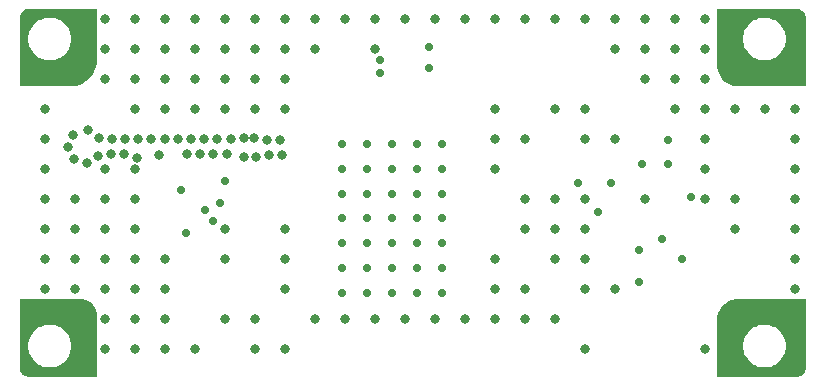
<source format=gbr>
G04*
G04 #@! TF.GenerationSoftware,Altium Limited,Altium Designer,22.4.2 (48)*
G04*
G04 Layer_Color=16711935*
%FSLAX25Y25*%
%MOIN*%
G70*
G04*
G04 #@! TF.SameCoordinates,B69760C6-9901-4916-8BAC-4CFDAA04743E*
G04*
G04*
G04 #@! TF.FilePolarity,Negative*
G04*
G01*
G75*
%ADD59C,0.02800*%
%ADD60C,0.03200*%
G36*
X23143Y26843D02*
X24075Y26473D01*
X24920Y25934D01*
X25649Y25246D01*
X26236Y24433D01*
X26659Y23524D01*
X26904Y22552D01*
X26933Y22051D01*
X26933Y1165D01*
X4197D01*
X3909Y1165D01*
X3344Y1274D01*
X2810Y1488D01*
X2325Y1799D01*
X1909Y2196D01*
X1575Y2664D01*
X1335Y3188D01*
X1199Y3747D01*
X1185Y4034D01*
Y27031D01*
X21657D01*
X21657Y27031D01*
X21657Y27031D01*
X22159Y27031D01*
X23143Y26843D01*
D02*
G37*
G36*
X26933Y106224D02*
X26846Y105379D01*
X26367Y103749D01*
X25599Y102234D01*
X24567Y100884D01*
X23305Y99746D01*
X21858Y98857D01*
X20272Y98247D01*
X18601Y97937D01*
X17752Y97937D01*
X1185D01*
Y120807D01*
X1185Y121102D01*
X1301Y121681D01*
X1528Y122226D01*
X1856Y122717D01*
X2274Y123134D01*
X2765Y123462D01*
X3311Y123688D01*
X3890Y123803D01*
X4185Y123803D01*
X4185Y123803D01*
X26933D01*
X26933Y106224D01*
D02*
G37*
G36*
X263272Y3954D02*
X263248Y3672D01*
X263098Y3125D01*
X262849Y2615D01*
X262511Y2161D01*
X262094Y1777D01*
X261613Y1476D01*
X261085Y1270D01*
X260728Y1203D01*
X260244Y1165D01*
X233626Y1165D01*
X233626Y20437D01*
X233661Y21099D01*
X233978Y22385D01*
X234533Y23588D01*
X235304Y24665D01*
X236265Y25576D01*
X237381Y26291D01*
X238612Y26781D01*
X239912Y27031D01*
X240575D01*
X240575Y27031D01*
X263272D01*
X263272Y3954D01*
D02*
G37*
G36*
X260268Y123803D02*
X260268Y123803D01*
X260268D01*
X260728Y123769D01*
X261095Y123701D01*
X261616Y123500D01*
X262090Y123207D01*
X262504Y122831D01*
X262841Y122387D01*
X263091Y121888D01*
X263245Y121352D01*
X263272Y121074D01*
X263272Y97937D01*
X241059Y97937D01*
X240347D01*
X238948Y98207D01*
X237626Y98738D01*
X236429Y99510D01*
X235400Y100495D01*
X234577Y101657D01*
X233988Y102954D01*
X233657Y104340D01*
X233626Y105051D01*
X233626Y123803D01*
X260268D01*
X260268Y123803D01*
D02*
G37*
%LPC*%
G36*
X11825Y18523D02*
X10623D01*
X10525Y18504D01*
X10424D01*
X9245Y18269D01*
X9153Y18231D01*
X9054Y18211D01*
X7944Y17751D01*
X7860Y17696D01*
X7767Y17657D01*
X6768Y16989D01*
X6697Y16918D01*
X6613Y16862D01*
X5763Y16013D01*
X5708Y15929D01*
X5637Y15858D01*
X4969Y14859D01*
X4930Y14766D01*
X4875Y14682D01*
X4415Y13572D01*
X4395Y13473D01*
X4357Y13381D01*
X4122Y12201D01*
Y12101D01*
X4103Y12003D01*
Y10801D01*
X4122Y10702D01*
Y10602D01*
X4357Y9423D01*
X4395Y9330D01*
X4415Y9231D01*
X4875Y8121D01*
X4930Y8037D01*
X4969Y7945D01*
X5637Y6945D01*
X5708Y6874D01*
X5763Y6791D01*
X6613Y5941D01*
X6697Y5885D01*
X6768Y5814D01*
X7767Y5146D01*
X7860Y5108D01*
X7944Y5052D01*
X9054Y4592D01*
X9153Y4572D01*
X9245Y4534D01*
X10424Y4299D01*
X10525D01*
X10623Y4280D01*
X11825D01*
X11924Y4299D01*
X12024D01*
X13203Y4534D01*
X13296Y4572D01*
X13395Y4592D01*
X14505Y5052D01*
X14589Y5108D01*
X14681Y5146D01*
X15681Y5814D01*
X15752Y5885D01*
X15835Y5941D01*
X16685Y6791D01*
X16741Y6874D01*
X16812Y6945D01*
X17480Y7945D01*
X17518Y8037D01*
X17574Y8121D01*
X18034Y9231D01*
X18054Y9330D01*
X18092Y9423D01*
X18327Y10602D01*
Y10702D01*
X18346Y10801D01*
Y12003D01*
X18327Y12101D01*
Y12201D01*
X18092Y13381D01*
X18054Y13473D01*
X18034Y13572D01*
X17574Y14682D01*
X17518Y14766D01*
X17480Y14859D01*
X16812Y15858D01*
X16741Y15929D01*
X16685Y16013D01*
X15835Y16862D01*
X15752Y16918D01*
X15681Y16989D01*
X14681Y17657D01*
X14589Y17696D01*
X14505Y17751D01*
X13395Y18211D01*
X13296Y18231D01*
X13203Y18269D01*
X12024Y18504D01*
X11924D01*
X11825Y18523D01*
D02*
G37*
G36*
Y120886D02*
X10623D01*
X10525Y120866D01*
X10424D01*
X9245Y120632D01*
X9153Y120593D01*
X9054Y120574D01*
X7944Y120114D01*
X7860Y120058D01*
X7767Y120019D01*
X6768Y119351D01*
X6697Y119281D01*
X6613Y119225D01*
X5763Y118375D01*
X5708Y118291D01*
X5637Y118220D01*
X4969Y117221D01*
X4930Y117128D01*
X4875Y117044D01*
X4415Y115934D01*
X4395Y115835D01*
X4357Y115743D01*
X4122Y114564D01*
Y114463D01*
X4103Y114365D01*
Y113764D01*
Y113163D01*
X4122Y113064D01*
Y112964D01*
X4357Y111785D01*
X4395Y111692D01*
X4415Y111594D01*
X4875Y110483D01*
X4930Y110399D01*
X4969Y110307D01*
X5637Y109307D01*
X5708Y109236D01*
X5763Y109153D01*
X6613Y108303D01*
X6697Y108247D01*
X6768Y108176D01*
X7767Y107508D01*
X7860Y107470D01*
X7944Y107414D01*
X9054Y106954D01*
X9153Y106934D01*
X9245Y106896D01*
X10424Y106661D01*
X10525D01*
X10623Y106642D01*
X11825D01*
X11924Y106661D01*
X12024D01*
X13203Y106896D01*
X13296Y106934D01*
X13395Y106954D01*
X14505Y107414D01*
X14589Y107470D01*
X14681Y107508D01*
X15681Y108176D01*
X15752Y108247D01*
X15835Y108303D01*
X16685Y109153D01*
X16741Y109236D01*
X16812Y109307D01*
X17480Y110307D01*
X17518Y110399D01*
X17574Y110483D01*
X18034Y111594D01*
X18054Y111692D01*
X18092Y111785D01*
X18327Y112964D01*
Y113064D01*
X18346Y113163D01*
Y113764D01*
Y114365D01*
X18327Y114463D01*
Y114564D01*
X18092Y115743D01*
X18054Y115835D01*
X18034Y115934D01*
X17574Y117044D01*
X17518Y117128D01*
X17480Y117221D01*
X16812Y118220D01*
X16741Y118291D01*
X16685Y118375D01*
X15835Y119225D01*
X15752Y119281D01*
X15681Y119351D01*
X14681Y120019D01*
X14589Y120058D01*
X14505Y120114D01*
X13395Y120574D01*
X13296Y120593D01*
X13203Y120632D01*
X12024Y120866D01*
X11924D01*
X11825Y120886D01*
D02*
G37*
G36*
X250014Y18523D02*
X248812D01*
X248714Y18504D01*
X248613D01*
X247434Y18269D01*
X247342Y18231D01*
X247243Y18211D01*
X246133Y17751D01*
X246049Y17696D01*
X245956Y17657D01*
X244957Y16989D01*
X244886Y16918D01*
X244802Y16862D01*
X243952Y16013D01*
X243897Y15929D01*
X243826Y15858D01*
X243158Y14859D01*
X243119Y14766D01*
X243064Y14682D01*
X242604Y13572D01*
X242584Y13473D01*
X242546Y13381D01*
X242311Y12201D01*
Y12101D01*
X242291Y12003D01*
Y10801D01*
X242311Y10702D01*
Y10602D01*
X242546Y9423D01*
X242584Y9330D01*
X242604Y9231D01*
X243064Y8121D01*
X243119Y8037D01*
X243158Y7945D01*
X243826Y6945D01*
X243897Y6874D01*
X243952Y6791D01*
X244802Y5941D01*
X244886Y5885D01*
X244957Y5814D01*
X245956Y5146D01*
X246049Y5108D01*
X246133Y5052D01*
X247243Y4592D01*
X247342Y4572D01*
X247434Y4534D01*
X248613Y4299D01*
X248714D01*
X248812Y4280D01*
X250014D01*
X250113Y4299D01*
X250213D01*
X251392Y4534D01*
X251485Y4572D01*
X251584Y4592D01*
X252694Y5052D01*
X252778Y5108D01*
X252870Y5146D01*
X253870Y5814D01*
X253941Y5885D01*
X254024Y5941D01*
X254874Y6791D01*
X254930Y6874D01*
X255001Y6945D01*
X255669Y7945D01*
X255707Y8037D01*
X255763Y8121D01*
X256223Y9231D01*
X256243Y9330D01*
X256281Y9423D01*
X256516Y10602D01*
Y10702D01*
X256535Y10801D01*
Y12003D01*
X256516Y12101D01*
Y12201D01*
X256281Y13381D01*
X256243Y13473D01*
X256223Y13572D01*
X255763Y14682D01*
X255707Y14766D01*
X255669Y14859D01*
X255001Y15858D01*
X254930Y15929D01*
X254874Y16013D01*
X254024Y16862D01*
X253941Y16918D01*
X253870Y16989D01*
X252870Y17657D01*
X252778Y17696D01*
X252694Y17751D01*
X251584Y18211D01*
X251485Y18231D01*
X251392Y18269D01*
X250213Y18504D01*
X250113D01*
X250014Y18523D01*
D02*
G37*
G36*
Y120886D02*
X248812D01*
X248714Y120866D01*
X248613D01*
X247434Y120632D01*
X247342Y120593D01*
X247243Y120574D01*
X246133Y120114D01*
X246049Y120058D01*
X245956Y120019D01*
X244957Y119351D01*
X244886Y119281D01*
X244802Y119225D01*
X243952Y118375D01*
X243897Y118291D01*
X243826Y118220D01*
X243158Y117221D01*
X243119Y117128D01*
X243064Y117044D01*
X242604Y115934D01*
X242584Y115835D01*
X242546Y115743D01*
X242311Y114564D01*
Y114463D01*
X242291Y114365D01*
Y113163D01*
X242311Y113064D01*
Y112964D01*
X242546Y111785D01*
X242584Y111692D01*
X242604Y111594D01*
X243064Y110483D01*
X243119Y110399D01*
X243158Y110307D01*
X243826Y109307D01*
X243897Y109236D01*
X243952Y109153D01*
X244802Y108303D01*
X244886Y108247D01*
X244957Y108176D01*
X245956Y107508D01*
X246049Y107470D01*
X246133Y107414D01*
X247243Y106954D01*
X247342Y106934D01*
X247434Y106896D01*
X248613Y106661D01*
X248714D01*
X248812Y106642D01*
X250014D01*
X250113Y106661D01*
X250213D01*
X251392Y106896D01*
X251485Y106934D01*
X251584Y106954D01*
X252694Y107414D01*
X252778Y107470D01*
X252870Y107508D01*
X253870Y108176D01*
X253941Y108247D01*
X254024Y108303D01*
X254874Y109153D01*
X254930Y109236D01*
X255001Y109307D01*
X255669Y110307D01*
X255707Y110399D01*
X255763Y110483D01*
X256223Y111594D01*
X256243Y111692D01*
X256281Y111785D01*
X256516Y112964D01*
Y113064D01*
X256535Y113163D01*
Y114365D01*
X256516Y114463D01*
Y114564D01*
X256281Y115743D01*
X256243Y115835D01*
X256223Y115934D01*
X255763Y117044D01*
X255707Y117128D01*
X255669Y117221D01*
X255001Y118220D01*
X254930Y118291D01*
X254874Y118375D01*
X254024Y119225D01*
X253941Y119281D01*
X253870Y119351D01*
X252870Y120019D01*
X252778Y120058D01*
X252694Y120114D01*
X251584Y120574D01*
X251485Y120593D01*
X251392Y120632D01*
X250213Y120866D01*
X250113D01*
X250014Y120886D01*
D02*
G37*
%LPD*%
D59*
X215400Y47200D02*
D03*
X198300Y65800D02*
D03*
X187200Y65700D02*
D03*
X108600Y37300D02*
D03*
X116925D02*
D03*
X125250D02*
D03*
X133575D02*
D03*
X141900D02*
D03*
X108700Y29000D02*
D03*
X117025D02*
D03*
X125350D02*
D03*
X133675D02*
D03*
X142000D02*
D03*
X108700Y45700D02*
D03*
X117025D02*
D03*
X125350D02*
D03*
X133675D02*
D03*
X142000D02*
D03*
X108700Y54100D02*
D03*
X117025D02*
D03*
X125350D02*
D03*
X133675D02*
D03*
X142000D02*
D03*
X108600Y62100D02*
D03*
X116925D02*
D03*
X125250D02*
D03*
X133575D02*
D03*
X141900D02*
D03*
X108600Y70400D02*
D03*
X116925D02*
D03*
X125250D02*
D03*
X133575D02*
D03*
X141900D02*
D03*
Y78800D02*
D03*
X133575D02*
D03*
X125250D02*
D03*
X116925D02*
D03*
X108600D02*
D03*
X193900Y56000D02*
D03*
X225100Y61200D02*
D03*
X67900Y59000D02*
D03*
X56600Y49000D02*
D03*
X62800Y56700D02*
D03*
X65561Y53239D02*
D03*
X54800Y63300D02*
D03*
X69500Y66300D02*
D03*
X208600Y72100D02*
D03*
X137700Y104200D02*
D03*
Y111200D02*
D03*
X217400Y80000D02*
D03*
X121200Y102269D02*
D03*
Y106700D02*
D03*
X207517Y32817D02*
D03*
X217200Y72100D02*
D03*
X207517Y43428D02*
D03*
X222100Y40500D02*
D03*
D60*
X75800Y74400D02*
D03*
X87968Y80005D02*
D03*
X83568D02*
D03*
X79232Y80753D02*
D03*
X80035Y74573D02*
D03*
X84391Y75195D02*
D03*
X88791D02*
D03*
X18874Y81741D02*
D03*
X17342Y77617D02*
D03*
X19368Y73711D02*
D03*
X23616Y72562D02*
D03*
X27335Y74913D02*
D03*
X31689Y75547D02*
D03*
X36089D02*
D03*
X40202Y73983D02*
D03*
X47600Y75200D02*
D03*
X56960Y75547D02*
D03*
X61360D02*
D03*
X65760D02*
D03*
X70160D02*
D03*
X75868Y80753D02*
D03*
X71486Y80358D02*
D03*
X67086D02*
D03*
X62686D02*
D03*
X58286D02*
D03*
X53886D02*
D03*
X49486D02*
D03*
X45088Y80484D02*
D03*
X40689Y80358D02*
D03*
X36289D02*
D03*
X31889D02*
D03*
X27503Y80696D02*
D03*
X23955Y83298D02*
D03*
X259467Y120459D02*
D03*
Y110459D02*
D03*
Y100459D02*
D03*
Y90459D02*
D03*
Y80459D02*
D03*
Y70459D02*
D03*
Y60459D02*
D03*
Y50459D02*
D03*
Y40459D02*
D03*
Y30459D02*
D03*
Y20459D02*
D03*
Y10459D02*
D03*
X249467Y100459D02*
D03*
Y90459D02*
D03*
Y20459D02*
D03*
X239467Y120459D02*
D03*
Y110459D02*
D03*
Y100459D02*
D03*
Y90459D02*
D03*
Y60459D02*
D03*
Y50459D02*
D03*
Y20459D02*
D03*
Y10459D02*
D03*
X229467Y120459D02*
D03*
Y110459D02*
D03*
Y100459D02*
D03*
Y90459D02*
D03*
Y80459D02*
D03*
Y70459D02*
D03*
Y60459D02*
D03*
Y10459D02*
D03*
X219467Y120459D02*
D03*
Y110459D02*
D03*
Y100459D02*
D03*
Y90459D02*
D03*
X209467Y120459D02*
D03*
Y110459D02*
D03*
Y100459D02*
D03*
Y60459D02*
D03*
X199467Y120459D02*
D03*
Y110459D02*
D03*
Y80459D02*
D03*
Y30459D02*
D03*
X189467Y120459D02*
D03*
Y90459D02*
D03*
Y80459D02*
D03*
Y60459D02*
D03*
Y50459D02*
D03*
Y40459D02*
D03*
Y30459D02*
D03*
Y10459D02*
D03*
X179467Y120459D02*
D03*
Y90459D02*
D03*
Y60459D02*
D03*
Y50459D02*
D03*
Y40459D02*
D03*
Y20459D02*
D03*
X169467Y120459D02*
D03*
Y80459D02*
D03*
Y60459D02*
D03*
Y50459D02*
D03*
Y30459D02*
D03*
Y20459D02*
D03*
X159467Y120459D02*
D03*
Y90459D02*
D03*
Y80459D02*
D03*
Y70459D02*
D03*
Y40459D02*
D03*
Y30459D02*
D03*
Y20459D02*
D03*
X149467Y120459D02*
D03*
Y20459D02*
D03*
X139467Y120459D02*
D03*
Y20459D02*
D03*
X129467Y120459D02*
D03*
Y20459D02*
D03*
X119467Y120459D02*
D03*
Y110459D02*
D03*
Y20459D02*
D03*
X109467Y120459D02*
D03*
Y20459D02*
D03*
X99467Y120459D02*
D03*
Y110459D02*
D03*
Y20459D02*
D03*
X89467Y120459D02*
D03*
Y110459D02*
D03*
Y100459D02*
D03*
Y90459D02*
D03*
Y50459D02*
D03*
Y40459D02*
D03*
Y30459D02*
D03*
Y10459D02*
D03*
X79467Y120459D02*
D03*
Y110459D02*
D03*
Y100459D02*
D03*
Y90459D02*
D03*
Y20459D02*
D03*
Y10459D02*
D03*
X69467Y120459D02*
D03*
Y110459D02*
D03*
Y100459D02*
D03*
Y90459D02*
D03*
Y50459D02*
D03*
Y40459D02*
D03*
Y20459D02*
D03*
X59467Y120459D02*
D03*
Y110459D02*
D03*
Y100459D02*
D03*
Y90459D02*
D03*
Y10459D02*
D03*
X49467Y120459D02*
D03*
Y110459D02*
D03*
Y100459D02*
D03*
Y90459D02*
D03*
Y40459D02*
D03*
Y30459D02*
D03*
Y20459D02*
D03*
Y10459D02*
D03*
X39467Y120459D02*
D03*
Y110459D02*
D03*
Y100459D02*
D03*
Y90459D02*
D03*
Y70459D02*
D03*
Y60459D02*
D03*
Y50459D02*
D03*
Y40459D02*
D03*
Y30459D02*
D03*
Y20459D02*
D03*
Y10459D02*
D03*
X29467Y120459D02*
D03*
Y110459D02*
D03*
Y100459D02*
D03*
Y70459D02*
D03*
Y60459D02*
D03*
Y50459D02*
D03*
Y40459D02*
D03*
Y30459D02*
D03*
Y20459D02*
D03*
Y10459D02*
D03*
X19467Y120459D02*
D03*
Y110459D02*
D03*
Y100459D02*
D03*
Y60459D02*
D03*
Y50459D02*
D03*
Y40459D02*
D03*
Y30459D02*
D03*
Y20459D02*
D03*
X9467Y100459D02*
D03*
Y90459D02*
D03*
Y80459D02*
D03*
Y70459D02*
D03*
Y60459D02*
D03*
Y50459D02*
D03*
Y40459D02*
D03*
Y30459D02*
D03*
Y20459D02*
D03*
M02*

</source>
